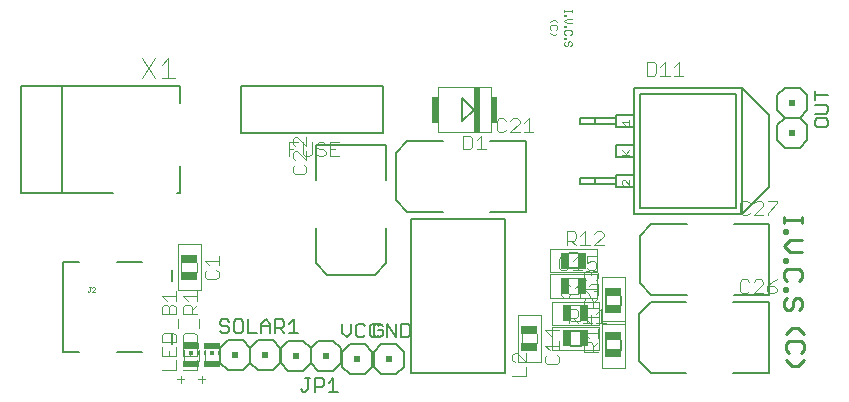
<source format=gto>
G75*
%MOIN*%
%OFA0B0*%
%FSLAX25Y25*%
%IPPOS*%
%LPD*%
%AMOC8*
5,1,8,0,0,1.08239X$1,22.5*
%
%ADD10C,0.00400*%
%ADD11C,0.01000*%
%ADD12C,0.00500*%
%ADD13C,0.00600*%
%ADD14C,0.00200*%
%ADD15R,0.02559X0.05512*%
%ADD16R,0.02953X0.05709*%
%ADD17R,0.05709X0.02953*%
%ADD18R,0.05512X0.02559*%
%ADD19R,0.02000X0.02000*%
%ADD20C,0.00300*%
%ADD21R,0.00591X0.01181*%
%ADD22R,0.01181X0.01181*%
%ADD23R,0.05315X0.02362*%
%ADD24C,0.00800*%
%ADD25R,0.02100X0.08600*%
%ADD26R,0.02165X0.14961*%
%ADD27C,0.00100*%
D10*
X0228694Y0080499D02*
X0233298Y0080499D01*
X0233298Y0083568D01*
X0233298Y0085103D02*
X0230229Y0088172D01*
X0229462Y0088172D01*
X0228694Y0087405D01*
X0228694Y0085870D01*
X0229462Y0085103D01*
X0233298Y0085103D02*
X0233298Y0088172D01*
X0231800Y0091599D02*
X0231800Y0094501D01*
X0236997Y0094599D02*
X0236997Y0091599D01*
X0239594Y0090626D02*
X0241129Y0089091D01*
X0240362Y0087557D02*
X0239594Y0086789D01*
X0239594Y0085255D01*
X0240362Y0084487D01*
X0243431Y0084487D01*
X0244198Y0085255D01*
X0244198Y0086789D01*
X0243431Y0087557D01*
X0244198Y0089091D02*
X0244198Y0092161D01*
X0244198Y0090626D02*
X0239594Y0090626D01*
X0241896Y0093695D02*
X0241896Y0096765D01*
X0239594Y0095997D02*
X0241896Y0093695D01*
X0244198Y0095997D02*
X0239594Y0095997D01*
X0247498Y0098299D02*
X0247498Y0102903D01*
X0249800Y0102903D01*
X0250568Y0102136D01*
X0250568Y0100601D01*
X0249800Y0099834D01*
X0247498Y0099834D01*
X0248397Y0098901D02*
X0251298Y0098901D01*
X0250568Y0098299D02*
X0249033Y0099834D01*
X0252102Y0101368D02*
X0253637Y0102903D01*
X0253637Y0098299D01*
X0254896Y0097907D02*
X0254896Y0100976D01*
X0256706Y0101368D02*
X0258241Y0102903D01*
X0258241Y0098299D01*
X0259775Y0098299D02*
X0256706Y0098299D01*
X0255171Y0098299D02*
X0252102Y0098299D01*
X0252594Y0100209D02*
X0254896Y0097907D01*
X0257198Y0096372D02*
X0257198Y0093303D01*
X0257198Y0091768D02*
X0255664Y0090234D01*
X0255664Y0091001D02*
X0255664Y0088699D01*
X0257198Y0088699D02*
X0252594Y0088699D01*
X0252594Y0091001D01*
X0253362Y0091768D01*
X0254896Y0091768D01*
X0255664Y0091001D01*
X0254129Y0093303D02*
X0252594Y0094838D01*
X0257198Y0094838D01*
X0257198Y0100209D02*
X0252594Y0100209D01*
X0252594Y0103399D02*
X0252594Y0105701D01*
X0253362Y0106468D01*
X0254896Y0106468D01*
X0255664Y0105701D01*
X0255664Y0103399D01*
X0257198Y0103399D02*
X0252594Y0103399D01*
X0251298Y0104098D02*
X0248298Y0104098D01*
X0247300Y0106699D02*
X0248068Y0107467D01*
X0247697Y0108001D02*
X0250598Y0108001D01*
X0251137Y0106699D02*
X0251137Y0111303D01*
X0249602Y0109768D01*
X0248068Y0110536D02*
X0247300Y0111303D01*
X0245766Y0111303D01*
X0244998Y0110536D01*
X0244998Y0107467D01*
X0245766Y0106699D01*
X0247300Y0106699D01*
X0249602Y0106699D02*
X0252671Y0106699D01*
X0254206Y0107467D02*
X0254973Y0106699D01*
X0256508Y0106699D01*
X0257275Y0107467D01*
X0257275Y0108234D01*
X0256508Y0109001D01*
X0255741Y0109001D01*
X0256508Y0109001D02*
X0257275Y0109768D01*
X0257275Y0110536D01*
X0256508Y0111303D01*
X0254973Y0111303D01*
X0254206Y0110536D01*
X0252594Y0109538D02*
X0257198Y0109538D01*
X0257198Y0111072D02*
X0257198Y0108003D01*
X0257198Y0106468D02*
X0255664Y0104934D01*
X0254129Y0108003D02*
X0252594Y0109538D01*
X0253362Y0112607D02*
X0252594Y0113374D01*
X0252594Y0114909D01*
X0253362Y0115676D01*
X0254129Y0115676D01*
X0254896Y0114909D01*
X0255664Y0115676D01*
X0256431Y0115676D01*
X0257198Y0114909D01*
X0257198Y0113374D01*
X0256431Y0112607D01*
X0254896Y0114142D02*
X0254896Y0114909D01*
X0254273Y0115799D02*
X0253506Y0116567D01*
X0254273Y0115799D02*
X0255808Y0115799D01*
X0256575Y0116567D01*
X0256575Y0118101D01*
X0255808Y0118868D01*
X0255041Y0118868D01*
X0253506Y0118101D01*
X0253506Y0120403D01*
X0256575Y0120403D01*
X0250437Y0120403D02*
X0248902Y0118868D01*
X0247368Y0119636D02*
X0246600Y0120403D01*
X0245066Y0120403D01*
X0244298Y0119636D01*
X0244298Y0116567D01*
X0245066Y0115799D01*
X0246600Y0115799D01*
X0247368Y0116567D01*
X0248902Y0115799D02*
X0251971Y0115799D01*
X0250437Y0115799D02*
X0250437Y0120403D01*
X0249868Y0124199D02*
X0248333Y0125734D01*
X0249100Y0125734D02*
X0246798Y0125734D01*
X0246798Y0124199D02*
X0246798Y0128803D01*
X0249100Y0128803D01*
X0249868Y0128036D01*
X0249868Y0126501D01*
X0249100Y0125734D01*
X0251402Y0127268D02*
X0252937Y0128803D01*
X0252937Y0124199D01*
X0254471Y0124199D02*
X0251402Y0124199D01*
X0256006Y0124199D02*
X0259075Y0127268D01*
X0259075Y0128036D01*
X0258308Y0128803D01*
X0256773Y0128803D01*
X0256006Y0128036D01*
X0256006Y0124199D02*
X0259075Y0124199D01*
X0250598Y0113198D02*
X0247598Y0113198D01*
X0304530Y0112006D02*
X0304530Y0108937D01*
X0305297Y0108169D01*
X0306832Y0108169D01*
X0307599Y0108937D01*
X0309134Y0108169D02*
X0312203Y0111239D01*
X0312203Y0112006D01*
X0311436Y0112773D01*
X0309901Y0112773D01*
X0309134Y0112006D01*
X0307599Y0112006D02*
X0306832Y0112773D01*
X0305297Y0112773D01*
X0304530Y0112006D01*
X0313738Y0110471D02*
X0316040Y0110471D01*
X0316807Y0109704D01*
X0316807Y0108937D01*
X0316040Y0108169D01*
X0314505Y0108169D01*
X0313738Y0108937D01*
X0313738Y0110471D01*
X0315272Y0112006D01*
X0316807Y0112773D01*
X0312203Y0108169D02*
X0309134Y0108169D01*
X0309331Y0134275D02*
X0312400Y0137344D01*
X0312400Y0138111D01*
X0311633Y0138879D01*
X0310098Y0138879D01*
X0309331Y0138111D01*
X0307796Y0138111D02*
X0307029Y0138879D01*
X0305494Y0138879D01*
X0304727Y0138111D01*
X0304727Y0135042D01*
X0305494Y0134275D01*
X0307029Y0134275D01*
X0307796Y0135042D01*
X0309331Y0134275D02*
X0312400Y0134275D01*
X0313934Y0134275D02*
X0313934Y0135042D01*
X0317004Y0138111D01*
X0317004Y0138879D01*
X0313934Y0138879D01*
X0235686Y0161884D02*
X0232616Y0161884D01*
X0231082Y0161884D02*
X0228012Y0161884D01*
X0231082Y0164954D01*
X0231082Y0165721D01*
X0230314Y0166488D01*
X0228780Y0166488D01*
X0228012Y0165721D01*
X0226478Y0165721D02*
X0225710Y0166488D01*
X0224176Y0166488D01*
X0223409Y0165721D01*
X0223409Y0162652D01*
X0224176Y0161884D01*
X0225710Y0161884D01*
X0226478Y0162652D01*
X0221598Y0161899D02*
X0221598Y0176899D01*
X0203798Y0176899D01*
X0203798Y0161899D01*
X0221598Y0161899D01*
X0218329Y0160703D02*
X0218329Y0156099D01*
X0216794Y0156099D02*
X0219864Y0156099D01*
X0215260Y0156867D02*
X0215260Y0159936D01*
X0214492Y0160703D01*
X0212190Y0160703D01*
X0212190Y0156099D01*
X0214492Y0156099D01*
X0215260Y0156867D01*
X0216794Y0159168D02*
X0218329Y0160703D01*
X0232616Y0164954D02*
X0234151Y0166488D01*
X0234151Y0161884D01*
X0273450Y0180648D02*
X0275752Y0180648D01*
X0276520Y0181415D01*
X0276520Y0184485D01*
X0275752Y0185252D01*
X0273450Y0185252D01*
X0273450Y0180648D01*
X0278054Y0180648D02*
X0281123Y0180648D01*
X0279589Y0180648D02*
X0279589Y0185252D01*
X0278054Y0183717D01*
X0282658Y0183717D02*
X0284193Y0185252D01*
X0284193Y0180648D01*
X0285727Y0180648D02*
X0282658Y0180648D01*
X0248428Y0190904D02*
X0248428Y0191690D01*
X0248035Y0192083D01*
X0247642Y0192083D01*
X0247249Y0191690D01*
X0247249Y0190904D01*
X0246856Y0190511D01*
X0246463Y0190511D01*
X0246070Y0190904D01*
X0246070Y0191690D01*
X0246463Y0192083D01*
X0246463Y0192959D02*
X0246070Y0192959D01*
X0246070Y0193352D01*
X0246463Y0193352D01*
X0246463Y0192959D01*
X0246463Y0194318D02*
X0246070Y0194711D01*
X0246070Y0195497D01*
X0246463Y0195890D01*
X0248035Y0195890D01*
X0248428Y0195497D01*
X0248428Y0194711D01*
X0248035Y0194318D01*
X0246463Y0196766D02*
X0246070Y0196766D01*
X0246070Y0197159D01*
X0246463Y0197159D01*
X0246463Y0196766D01*
X0246856Y0198124D02*
X0248428Y0198124D01*
X0248428Y0199696D02*
X0246856Y0199696D01*
X0246070Y0198910D01*
X0246856Y0198124D01*
X0246463Y0200572D02*
X0246070Y0200572D01*
X0246070Y0200965D01*
X0246463Y0200965D01*
X0246463Y0200572D01*
X0246070Y0201871D02*
X0246070Y0202657D01*
X0246070Y0202264D02*
X0248428Y0202264D01*
X0248428Y0202657D02*
X0248428Y0201871D01*
X0243702Y0198460D02*
X0242916Y0199246D01*
X0242130Y0199246D01*
X0241344Y0198460D01*
X0241737Y0197554D02*
X0241344Y0197161D01*
X0241344Y0196375D01*
X0241737Y0195982D01*
X0241344Y0195016D02*
X0242130Y0194230D01*
X0242916Y0194230D01*
X0243702Y0195016D01*
X0243309Y0195982D02*
X0243702Y0196375D01*
X0243702Y0197161D01*
X0243309Y0197554D01*
X0241737Y0197554D01*
X0248428Y0190904D02*
X0248035Y0190511D01*
X0160013Y0160187D02*
X0160013Y0157117D01*
X0156944Y0160187D01*
X0156177Y0160187D01*
X0155409Y0159419D01*
X0155409Y0157885D01*
X0156177Y0157117D01*
X0155700Y0156153D02*
X0154165Y0156153D01*
X0155409Y0154815D02*
X0155409Y0153281D01*
X0156177Y0152513D01*
X0156177Y0150979D02*
X0155409Y0150211D01*
X0155409Y0148677D01*
X0156177Y0147909D01*
X0159246Y0147909D01*
X0160013Y0148677D01*
X0160013Y0150211D01*
X0159246Y0150979D01*
X0160013Y0152513D02*
X0156944Y0155583D01*
X0156177Y0155583D01*
X0155409Y0154815D01*
X0154165Y0153851D02*
X0154165Y0158455D01*
X0157234Y0158455D01*
X0158769Y0158455D02*
X0158769Y0154618D01*
X0159536Y0153851D01*
X0161071Y0153851D01*
X0161838Y0154618D01*
X0161838Y0158455D01*
X0163373Y0157688D02*
X0163373Y0156920D01*
X0164140Y0156153D01*
X0165675Y0156153D01*
X0166442Y0155386D01*
X0166442Y0154618D01*
X0165675Y0153851D01*
X0164140Y0153851D01*
X0163373Y0154618D01*
X0163373Y0157688D02*
X0164140Y0158455D01*
X0165675Y0158455D01*
X0166442Y0157688D01*
X0167977Y0158455D02*
X0167977Y0153851D01*
X0171046Y0153851D01*
X0169512Y0156153D02*
X0167977Y0156153D01*
X0167977Y0158455D02*
X0171046Y0158455D01*
X0160013Y0155583D02*
X0160013Y0152513D01*
X0116157Y0179899D02*
X0111753Y0179899D01*
X0109711Y0179899D02*
X0105307Y0186505D01*
X0109711Y0186505D02*
X0105307Y0179899D01*
X0113955Y0179899D02*
X0113955Y0186505D01*
X0111753Y0184303D01*
X0130798Y0120565D02*
X0130798Y0117495D01*
X0130798Y0119030D02*
X0126194Y0119030D01*
X0127729Y0117495D01*
X0126962Y0115961D02*
X0126194Y0115193D01*
X0126194Y0113659D01*
X0126962Y0112891D01*
X0130031Y0112891D01*
X0130798Y0113659D01*
X0130798Y0115193D01*
X0130031Y0115961D01*
X0123597Y0115399D02*
X0123597Y0118399D01*
X0118400Y0118301D02*
X0118400Y0115399D01*
X0116498Y0108788D02*
X0116498Y0105719D01*
X0116498Y0107253D02*
X0111894Y0107253D01*
X0113429Y0105719D01*
X0113429Y0104184D02*
X0114196Y0103417D01*
X0114196Y0101115D01*
X0111894Y0101115D02*
X0111894Y0103417D01*
X0112662Y0104184D01*
X0113429Y0104184D01*
X0114196Y0103417D02*
X0114964Y0104184D01*
X0115731Y0104184D01*
X0116498Y0103417D01*
X0116498Y0101115D01*
X0111894Y0101115D01*
X0117266Y0099580D02*
X0117266Y0096511D01*
X0115731Y0094976D02*
X0116498Y0094209D01*
X0116498Y0091907D01*
X0111894Y0091907D01*
X0111894Y0094209D01*
X0112662Y0094976D01*
X0115731Y0094976D01*
X0118894Y0094209D02*
X0118894Y0091907D01*
X0123498Y0091907D01*
X0123498Y0094209D01*
X0122731Y0094976D01*
X0119662Y0094976D01*
X0118894Y0094209D01*
X0124266Y0096511D02*
X0124266Y0099580D01*
X0123498Y0101115D02*
X0118894Y0101115D01*
X0118894Y0103417D01*
X0119662Y0104184D01*
X0121196Y0104184D01*
X0121964Y0103417D01*
X0121964Y0101115D01*
X0121964Y0102650D02*
X0123498Y0104184D01*
X0123498Y0105719D02*
X0123498Y0108788D01*
X0123498Y0107253D02*
X0118894Y0107253D01*
X0120429Y0105719D01*
X0118894Y0090372D02*
X0118894Y0087303D01*
X0123498Y0087303D01*
X0123498Y0090372D01*
X0124159Y0089271D02*
X0124159Y0085629D01*
X0123498Y0085768D02*
X0123498Y0082699D01*
X0118894Y0082699D01*
X0116498Y0082699D02*
X0116498Y0085768D01*
X0116498Y0087303D02*
X0116498Y0090372D01*
X0114196Y0088838D02*
X0114196Y0087303D01*
X0111894Y0087303D02*
X0116498Y0087303D01*
X0119238Y0085728D02*
X0119238Y0089271D01*
X0121196Y0088838D02*
X0121196Y0087303D01*
X0126238Y0085728D02*
X0126238Y0089271D01*
X0131159Y0089271D02*
X0131159Y0085629D01*
X0116498Y0082699D02*
X0111894Y0082699D01*
X0111894Y0087303D02*
X0111894Y0090372D01*
D11*
X0319293Y0103692D02*
X0320294Y0102692D01*
X0321295Y0102692D01*
X0322295Y0103692D01*
X0322295Y0105694D01*
X0323296Y0106695D01*
X0324297Y0106695D01*
X0325298Y0105694D01*
X0325298Y0103692D01*
X0324297Y0102692D01*
X0319293Y0103692D02*
X0319293Y0105694D01*
X0320294Y0106695D01*
X0320294Y0108917D02*
X0319293Y0108917D01*
X0319293Y0109918D01*
X0320294Y0109918D01*
X0320294Y0108917D01*
X0320294Y0112360D02*
X0319293Y0113361D01*
X0319293Y0115362D01*
X0320294Y0116363D01*
X0324297Y0116363D01*
X0325298Y0115362D01*
X0325298Y0113361D01*
X0324297Y0112360D01*
X0320294Y0118585D02*
X0319293Y0118585D01*
X0319293Y0119586D01*
X0320294Y0119586D01*
X0320294Y0118585D01*
X0321295Y0122028D02*
X0325298Y0122028D01*
X0321295Y0122028D02*
X0319293Y0124030D01*
X0321295Y0126031D01*
X0325298Y0126031D01*
X0320294Y0128253D02*
X0319293Y0128253D01*
X0319293Y0129254D01*
X0320294Y0129254D01*
X0320294Y0128253D01*
X0319293Y0131550D02*
X0319293Y0133551D01*
X0319293Y0132550D02*
X0325298Y0132550D01*
X0325298Y0131550D02*
X0325298Y0133551D01*
X0323907Y0096625D02*
X0325909Y0094624D01*
X0324908Y0092328D02*
X0320905Y0092328D01*
X0319904Y0091327D01*
X0319904Y0089326D01*
X0320905Y0088325D01*
X0319904Y0085883D02*
X0321906Y0083881D01*
X0323907Y0083881D01*
X0325909Y0085883D01*
X0324908Y0088325D02*
X0325909Y0089326D01*
X0325909Y0091327D01*
X0324908Y0092328D01*
X0321906Y0096625D02*
X0319904Y0094624D01*
X0321906Y0096625D02*
X0323907Y0096625D01*
D12*
X0158987Y0075349D02*
X0158236Y0076100D01*
X0158987Y0075349D02*
X0159738Y0075349D01*
X0160488Y0076100D01*
X0160488Y0079853D01*
X0159738Y0079853D02*
X0161239Y0079853D01*
X0162840Y0079853D02*
X0165092Y0079853D01*
X0165843Y0079102D01*
X0165843Y0077601D01*
X0165092Y0076850D01*
X0162840Y0076850D01*
X0162840Y0075349D02*
X0162840Y0079853D01*
X0167444Y0078352D02*
X0168946Y0079853D01*
X0168946Y0075349D01*
X0170447Y0075349D02*
X0167444Y0075349D01*
X0194876Y0081559D02*
X0226372Y0081559D01*
X0226372Y0132740D01*
X0194876Y0132740D01*
X0194876Y0081559D01*
X0193908Y0093549D02*
X0191656Y0093549D01*
X0191656Y0098053D01*
X0193908Y0098053D01*
X0194659Y0097302D01*
X0194659Y0094300D01*
X0193908Y0093549D01*
X0190055Y0093549D02*
X0190055Y0098053D01*
X0187052Y0098053D02*
X0190055Y0093549D01*
X0187052Y0093549D02*
X0187052Y0098053D01*
X0185451Y0097302D02*
X0184700Y0098053D01*
X0183199Y0098053D01*
X0182448Y0097302D01*
X0182448Y0094300D01*
X0183199Y0093549D01*
X0184700Y0093549D01*
X0185451Y0094300D01*
X0185451Y0095801D01*
X0183950Y0095801D01*
X0184159Y0094300D02*
X0183408Y0093549D01*
X0181907Y0093549D01*
X0181156Y0094300D01*
X0181156Y0097302D01*
X0181907Y0098053D01*
X0183408Y0098053D01*
X0184159Y0097302D01*
X0179555Y0097302D02*
X0178804Y0098053D01*
X0177303Y0098053D01*
X0176552Y0097302D01*
X0176552Y0094300D01*
X0177303Y0093549D01*
X0178804Y0093549D01*
X0179555Y0094300D01*
X0174951Y0095050D02*
X0174951Y0098053D01*
X0174951Y0095050D02*
X0173450Y0093549D01*
X0171948Y0095050D01*
X0171948Y0098053D01*
X0157270Y0094949D02*
X0154268Y0094949D01*
X0155769Y0094949D02*
X0155769Y0099453D01*
X0154268Y0097952D01*
X0152667Y0098702D02*
X0152667Y0097201D01*
X0151916Y0096450D01*
X0149664Y0096450D01*
X0149664Y0094949D02*
X0149664Y0099453D01*
X0151916Y0099453D01*
X0152667Y0098702D01*
X0151165Y0096450D02*
X0152667Y0094949D01*
X0148063Y0094949D02*
X0148063Y0097952D01*
X0146561Y0099453D01*
X0145060Y0097952D01*
X0145060Y0094949D01*
X0143459Y0094949D02*
X0140456Y0094949D01*
X0140456Y0099453D01*
X0138855Y0098702D02*
X0138104Y0099453D01*
X0136603Y0099453D01*
X0135852Y0098702D01*
X0135852Y0095700D01*
X0136603Y0094949D01*
X0138104Y0094949D01*
X0138855Y0095700D01*
X0138855Y0098702D01*
X0134251Y0098702D02*
X0133500Y0099453D01*
X0131999Y0099453D01*
X0131248Y0098702D01*
X0131248Y0097952D01*
X0131999Y0097201D01*
X0133500Y0097201D01*
X0134251Y0096450D01*
X0134251Y0095700D01*
X0133500Y0094949D01*
X0131999Y0094949D01*
X0131248Y0095700D01*
X0145060Y0097201D02*
X0148063Y0097201D01*
X0167024Y0114277D02*
X0163087Y0118214D01*
X0163087Y0130025D01*
X0186709Y0130025D02*
X0186709Y0118214D01*
X0182772Y0114277D01*
X0167024Y0114277D01*
X0189776Y0139125D02*
X0193713Y0135188D01*
X0205524Y0135188D01*
X0221272Y0135188D02*
X0233083Y0135188D01*
X0233083Y0158810D01*
X0221272Y0158810D01*
X0205524Y0158810D02*
X0193713Y0158810D01*
X0189776Y0154873D01*
X0189776Y0139125D01*
X0186709Y0145773D02*
X0186709Y0157584D01*
X0163087Y0157584D01*
X0163087Y0145773D01*
X0117998Y0141699D02*
X0116748Y0141699D01*
X0117998Y0141699D02*
X0117998Y0150449D01*
X0138217Y0161525D02*
X0185461Y0161525D01*
X0185461Y0177273D01*
X0138217Y0177273D01*
X0138217Y0161525D01*
X0117998Y0171699D02*
X0117998Y0177099D01*
X0078598Y0177099D01*
X0078598Y0141799D01*
X0064898Y0141699D02*
X0095498Y0141699D01*
X0064898Y0141699D02*
X0064898Y0177099D01*
X0078598Y0177099D01*
X0251250Y0166448D02*
X0251250Y0164448D01*
X0256250Y0164448D01*
X0256250Y0166448D01*
X0251250Y0166448D01*
X0256250Y0166448D02*
X0256250Y0164448D01*
X0263250Y0164448D01*
X0263250Y0163448D01*
X0269250Y0163448D01*
X0269250Y0157448D01*
X0263250Y0157448D01*
X0263250Y0153448D01*
X0269250Y0153448D01*
X0269250Y0147448D01*
X0263250Y0147448D01*
X0263250Y0146448D01*
X0256250Y0146448D01*
X0256250Y0144448D01*
X0251250Y0144448D01*
X0251250Y0146448D01*
X0256250Y0146448D01*
X0256250Y0144448D01*
X0263250Y0144448D01*
X0263250Y0143448D01*
X0269250Y0143448D01*
X0269250Y0134448D01*
X0305250Y0134448D01*
X0314250Y0143448D01*
X0314250Y0167448D01*
X0305250Y0176448D01*
X0269250Y0176448D01*
X0269250Y0167448D01*
X0263250Y0167448D01*
X0263250Y0166448D01*
X0256250Y0166448D01*
X0263250Y0166448D02*
X0263250Y0164448D01*
X0269250Y0163448D02*
X0269250Y0167448D01*
X0271250Y0174448D02*
X0303250Y0174448D01*
X0303250Y0136448D01*
X0271250Y0136448D01*
X0271250Y0174448D01*
X0305250Y0176448D02*
X0305250Y0134448D01*
X0302590Y0131201D02*
X0314401Y0131201D01*
X0314401Y0107579D01*
X0302590Y0107579D01*
X0302394Y0105095D02*
X0314205Y0105095D01*
X0314205Y0081473D01*
X0302394Y0081473D01*
X0286646Y0081473D02*
X0274835Y0081473D01*
X0270898Y0085410D01*
X0270898Y0101158D01*
X0274835Y0105095D01*
X0286646Y0105095D01*
X0286842Y0107579D02*
X0275031Y0107579D01*
X0271094Y0111516D01*
X0271094Y0127264D01*
X0275031Y0131201D01*
X0286842Y0131201D01*
X0269250Y0143448D02*
X0269250Y0147448D01*
X0263250Y0146448D02*
X0263250Y0144448D01*
X0269250Y0153448D02*
X0269250Y0157448D01*
X0329418Y0164177D02*
X0330169Y0163426D01*
X0333172Y0163426D01*
X0333922Y0164177D01*
X0333922Y0165678D01*
X0333172Y0166429D01*
X0330169Y0166429D01*
X0329418Y0165678D01*
X0329418Y0164177D01*
X0329418Y0168030D02*
X0333172Y0168030D01*
X0333922Y0168781D01*
X0333922Y0170282D01*
X0333172Y0171033D01*
X0329418Y0171033D01*
X0329418Y0172634D02*
X0329418Y0175637D01*
X0329418Y0174136D02*
X0333922Y0174136D01*
D13*
X0326972Y0174188D02*
X0326972Y0169188D01*
X0324472Y0166688D01*
X0326972Y0164188D01*
X0326972Y0159188D01*
X0324472Y0156688D01*
X0319472Y0156688D01*
X0316972Y0159188D01*
X0316972Y0164188D01*
X0319472Y0166688D01*
X0316972Y0169188D01*
X0316972Y0174188D01*
X0319472Y0176688D01*
X0324472Y0176688D01*
X0326972Y0174188D01*
X0324472Y0166688D02*
X0319472Y0166688D01*
X0250712Y0121499D02*
X0247484Y0121499D01*
X0247484Y0116499D02*
X0250712Y0116499D01*
X0259898Y0107313D02*
X0259898Y0104085D01*
X0264898Y0104085D02*
X0264898Y0107313D01*
X0251412Y0095599D02*
X0248184Y0095599D01*
X0248184Y0090599D02*
X0251412Y0090599D01*
X0259898Y0089385D02*
X0259898Y0092613D01*
X0264898Y0092613D02*
X0264898Y0089385D01*
X0192498Y0088599D02*
X0192498Y0083599D01*
X0189998Y0081099D01*
X0184998Y0081099D01*
X0182498Y0083599D01*
X0182498Y0088599D01*
X0184998Y0091099D01*
X0189998Y0091099D01*
X0192498Y0088599D01*
X0181998Y0088599D02*
X0181998Y0083599D01*
X0179498Y0081099D01*
X0174498Y0081099D01*
X0171998Y0083599D01*
X0171998Y0088599D01*
X0174498Y0091099D01*
X0179498Y0091099D01*
X0181998Y0088599D01*
X0171498Y0089799D02*
X0171498Y0084799D01*
X0168998Y0082299D01*
X0163998Y0082299D01*
X0161498Y0084799D01*
X0158998Y0082299D01*
X0153998Y0082299D01*
X0151498Y0084799D01*
X0151498Y0089799D01*
X0153998Y0092299D01*
X0158998Y0092299D01*
X0161498Y0089799D01*
X0163998Y0092299D01*
X0168998Y0092299D01*
X0171498Y0089799D01*
X0161498Y0089799D02*
X0161498Y0084799D01*
X0151298Y0084999D02*
X0151298Y0089999D01*
X0148798Y0092499D01*
X0143798Y0092499D01*
X0141298Y0089999D01*
X0141298Y0084999D01*
X0143798Y0082499D01*
X0148798Y0082499D01*
X0151298Y0084999D01*
X0141298Y0084999D02*
X0138798Y0082499D01*
X0133798Y0082499D01*
X0131298Y0084999D01*
X0131298Y0089999D01*
X0133798Y0092499D01*
X0138798Y0092499D01*
X0141298Y0089999D01*
D14*
X0124868Y0109131D02*
X0117128Y0109131D01*
X0117128Y0124667D01*
X0124868Y0124667D01*
X0124868Y0109131D01*
X0230528Y0100867D02*
X0230528Y0085331D01*
X0238268Y0085331D01*
X0238268Y0100867D01*
X0230528Y0100867D01*
X0242031Y0097629D02*
X0242031Y0105369D01*
X0257566Y0105369D01*
X0257566Y0097629D01*
X0242031Y0097629D01*
X0242031Y0096969D02*
X0242031Y0089229D01*
X0257566Y0089229D01*
X0257566Y0096969D01*
X0242031Y0096969D01*
X0258528Y0097931D02*
X0266268Y0097931D01*
X0266268Y0113467D01*
X0258528Y0113467D01*
X0258528Y0097931D01*
X0258528Y0098767D02*
X0266268Y0098767D01*
X0266268Y0083231D01*
X0258528Y0083231D01*
X0258528Y0098767D01*
X0256866Y0106729D02*
X0241331Y0106729D01*
X0241331Y0114469D01*
X0256866Y0114469D01*
X0256866Y0106729D01*
X0256866Y0115129D02*
X0241331Y0115129D01*
X0241331Y0122869D01*
X0256866Y0122869D01*
X0256866Y0115129D01*
X0265715Y0144338D02*
X0265348Y0144705D01*
X0265348Y0145439D01*
X0265715Y0145806D01*
X0266082Y0145806D01*
X0267550Y0144338D01*
X0267550Y0145806D01*
X0267550Y0154338D02*
X0265348Y0154338D01*
X0266449Y0154705D02*
X0267550Y0155806D01*
X0266816Y0154338D02*
X0265348Y0155806D01*
X0266082Y0164338D02*
X0265348Y0165072D01*
X0267550Y0165072D01*
X0267550Y0164338D02*
X0267550Y0165806D01*
D15*
X0251978Y0119005D03*
X0246178Y0119005D03*
X0246878Y0093105D03*
X0252678Y0093105D03*
D16*
X0252675Y0101504D03*
X0246975Y0101504D03*
X0246275Y0110604D03*
X0251975Y0110604D03*
D17*
X0234403Y0095923D03*
X0234403Y0090223D03*
X0121003Y0114023D03*
X0121003Y0119723D03*
D18*
X0262392Y0108579D03*
X0262392Y0102779D03*
X0262392Y0093879D03*
X0262392Y0088079D03*
D19*
X0187498Y0086099D03*
X0176998Y0086099D03*
X0166498Y0087299D03*
X0156498Y0087299D03*
X0146298Y0087499D03*
X0136298Y0087499D03*
X0321972Y0161688D03*
X0321972Y0171688D03*
D20*
X0125083Y0080735D02*
X0125083Y0078266D01*
X0126317Y0079501D02*
X0123848Y0079501D01*
X0119317Y0079501D02*
X0116848Y0079501D01*
X0118083Y0080735D02*
X0118083Y0078266D01*
D21*
X0119336Y0088090D03*
X0124060Y0088090D03*
X0126336Y0088090D03*
X0131060Y0088090D03*
D22*
X0128698Y0088090D03*
X0121698Y0088090D03*
D23*
X0121698Y0090452D03*
X0121698Y0084546D03*
X0128698Y0084546D03*
X0128698Y0090452D03*
D24*
X0115090Y0091394D02*
X0115090Y0094938D01*
X0105248Y0088639D02*
X0096980Y0088639D01*
X0084382Y0088639D02*
X0078870Y0088639D01*
X0078870Y0118560D01*
X0084382Y0118560D01*
X0096980Y0118560D02*
X0105248Y0118560D01*
X0115090Y0115804D02*
X0115090Y0112261D01*
X0211938Y0165462D02*
X0211938Y0173336D01*
X0215966Y0169399D01*
X0211938Y0165462D01*
D25*
X0202748Y0169399D03*
X0222648Y0169399D03*
D26*
X0216931Y0169399D03*
D27*
X0089622Y0109900D02*
X0089372Y0110150D01*
X0088872Y0110150D01*
X0088622Y0109900D01*
X0088149Y0110150D02*
X0087649Y0110150D01*
X0087899Y0110150D02*
X0087899Y0108899D01*
X0087649Y0108649D01*
X0087398Y0108649D01*
X0087148Y0108899D01*
X0088622Y0108649D02*
X0089622Y0109650D01*
X0089622Y0109900D01*
X0089622Y0108649D02*
X0088622Y0108649D01*
M02*

</source>
